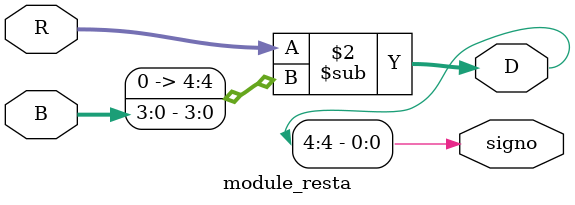
<source format=sv>
module module_resta(
    input  logic [4:0] R,      // resto parcial extendido (1 bit extra)
    input  logic [3:0] B,
    output logic [4:0] D,      // diferencia
    output logic       signo   // 1 si D<0
);
    always_comb begin
        D = R - {1'b0, B};     // R - B 
    end
    assign signo = D[4];       // bit más significativo indica signo

endmodule
</source>
